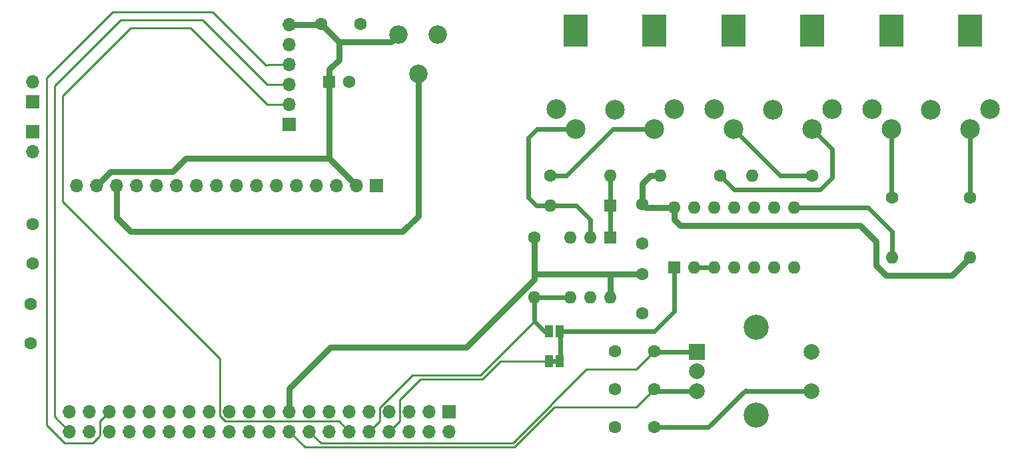
<source format=gtl>
G04 #@! TF.GenerationSoftware,KiCad,Pcbnew,(6.0.5)*
G04 #@! TF.CreationDate,2022-07-28T08:19:04+01:00*
G04 #@! TF.ProjectId,RPi-MiniDexed-IOBoard-HD44780,5250692d-4d69-46e6-9944-657865642d49,rev?*
G04 #@! TF.SameCoordinates,Original*
G04 #@! TF.FileFunction,Copper,L1,Top*
G04 #@! TF.FilePolarity,Positive*
%FSLAX46Y46*%
G04 Gerber Fmt 4.6, Leading zero omitted, Abs format (unit mm)*
G04 Created by KiCad (PCBNEW (6.0.5)) date 2022-07-28 08:19:04*
%MOMM*%
%LPD*%
G01*
G04 APERTURE LIST*
G04 Aperture macros list*
%AMFreePoly0*
4,1,5,1.500000,-2.000000,-1.500000,-2.000000,-1.500000,2.000000,1.500000,2.000000,1.500000,-2.000000,1.500000,-2.000000,$1*%
G04 Aperture macros list end*
G04 #@! TA.AperFunction,ComponentPad*
%ADD10R,1.600000X1.600000*%
G04 #@! TD*
G04 #@! TA.AperFunction,ComponentPad*
%ADD11C,1.600000*%
G04 #@! TD*
G04 #@! TA.AperFunction,ComponentPad*
%ADD12R,2.000000X2.000000*%
G04 #@! TD*
G04 #@! TA.AperFunction,ComponentPad*
%ADD13C,2.000000*%
G04 #@! TD*
G04 #@! TA.AperFunction,ComponentPad*
%ADD14C,3.200000*%
G04 #@! TD*
G04 #@! TA.AperFunction,ComponentPad*
%ADD15O,1.600000X1.600000*%
G04 #@! TD*
G04 #@! TA.AperFunction,ComponentPad*
%ADD16R,1.700000X1.700000*%
G04 #@! TD*
G04 #@! TA.AperFunction,ComponentPad*
%ADD17O,1.700000X1.700000*%
G04 #@! TD*
G04 #@! TA.AperFunction,SMDPad,CuDef*
%ADD18R,1.000000X1.500000*%
G04 #@! TD*
G04 #@! TA.AperFunction,ComponentPad*
%ADD19C,2.340000*%
G04 #@! TD*
G04 #@! TA.AperFunction,ComponentPad*
%ADD20C,2.499360*%
G04 #@! TD*
G04 #@! TA.AperFunction,WasherPad*
%ADD21FreePoly0,0.000000*%
G04 #@! TD*
G04 #@! TA.AperFunction,Conductor*
%ADD22C,0.800000*%
G04 #@! TD*
G04 #@! TA.AperFunction,Conductor*
%ADD23C,0.254000*%
G04 #@! TD*
G04 #@! TA.AperFunction,Conductor*
%ADD24C,0.600000*%
G04 #@! TD*
G04 APERTURE END LIST*
G36*
X228596000Y-126030000D02*
G01*
X228096000Y-126030000D01*
X228096000Y-125430000D01*
X228596000Y-125430000D01*
X228596000Y-126030000D01*
G37*
D10*
X199746000Y-90170000D03*
D11*
X202246000Y-90170000D03*
D12*
X246496000Y-124500000D03*
D13*
X246496000Y-129500000D03*
X246496000Y-127000000D03*
D14*
X253996000Y-121400000D03*
X253996000Y-132600000D03*
D13*
X260996000Y-129500000D03*
X260996000Y-124500000D03*
D11*
X225806000Y-109982000D03*
D15*
X225806000Y-117602000D03*
D11*
X241006000Y-134112000D03*
X236006000Y-134112000D03*
X239522000Y-119594000D03*
X239522000Y-114594000D03*
D10*
X235458000Y-105918000D03*
D15*
X227838000Y-105918000D03*
D11*
X227838000Y-102108000D03*
D15*
X235458000Y-102108000D03*
D11*
X241006000Y-129286000D03*
X236006000Y-129286000D03*
X162052000Y-108244000D03*
X162052000Y-113244000D03*
X239522000Y-105704000D03*
X239522000Y-110704000D03*
D16*
X162052000Y-96515000D03*
D17*
X162052000Y-99055000D03*
D10*
X243581000Y-113782000D03*
D15*
X246121000Y-113782000D03*
X248661000Y-113782000D03*
X251201000Y-113782000D03*
X253741000Y-113782000D03*
X256281000Y-113782000D03*
X258821000Y-113782000D03*
X258821000Y-106162000D03*
X256281000Y-106162000D03*
X253741000Y-106162000D03*
X251201000Y-106162000D03*
X248661000Y-106162000D03*
X246121000Y-106162000D03*
X243581000Y-106162000D03*
D11*
X271272000Y-104902000D03*
D15*
X271272000Y-112522000D03*
D10*
X235468000Y-109992000D03*
D15*
X232928000Y-109992000D03*
X230388000Y-109992000D03*
X230388000Y-117612000D03*
X232928000Y-117612000D03*
X235468000Y-117612000D03*
D16*
X205740000Y-103378000D03*
D17*
X203200000Y-103378000D03*
X200660000Y-103378000D03*
X198120000Y-103378000D03*
X195580000Y-103378000D03*
X193040000Y-103378000D03*
X190500000Y-103378000D03*
X187960000Y-103378000D03*
X185420000Y-103378000D03*
X182880000Y-103378000D03*
X180340000Y-103378000D03*
X177800000Y-103378000D03*
X175260000Y-103378000D03*
X172720000Y-103378000D03*
X170180000Y-103378000D03*
X167640000Y-103378000D03*
D18*
X228996000Y-125730000D03*
X227696000Y-125730000D03*
D16*
X194641000Y-95619000D03*
D17*
X194641000Y-93079000D03*
X194641000Y-90539000D03*
X194641000Y-87999000D03*
X194641000Y-85459000D03*
X194641000Y-82919000D03*
D11*
X203668000Y-82804000D03*
X198668000Y-82804000D03*
D18*
X228996000Y-121920000D03*
X227696000Y-121920000D03*
D11*
X161798000Y-118404000D03*
X161798000Y-123404000D03*
X249428000Y-102108000D03*
D15*
X241808000Y-102108000D03*
D16*
X162052000Y-92715000D03*
D17*
X162052000Y-90175000D03*
D11*
X241006000Y-124460000D03*
X236006000Y-124460000D03*
X281178000Y-104902000D03*
D15*
X281178000Y-112522000D03*
D19*
X208534000Y-84114000D03*
X211034000Y-89114000D03*
X213534000Y-84114000D03*
D11*
X261112000Y-102108000D03*
D15*
X253492000Y-102108000D03*
D16*
X214998000Y-132142000D03*
D17*
X214998000Y-134682000D03*
X212458000Y-132142000D03*
X212458000Y-134682000D03*
X209918000Y-132142000D03*
X209918000Y-134682000D03*
X207378000Y-132142000D03*
X207378000Y-134682000D03*
X204838000Y-132142000D03*
X204838000Y-134682000D03*
X202298000Y-132142000D03*
X202298000Y-134682000D03*
X199758000Y-132142000D03*
X199758000Y-134682000D03*
X197218000Y-132142000D03*
X197218000Y-134682000D03*
X194678000Y-132142000D03*
X194678000Y-134682000D03*
X192138000Y-132142000D03*
X192138000Y-134682000D03*
X189598000Y-132142000D03*
X189598000Y-134682000D03*
X187058000Y-132142000D03*
X187058000Y-134682000D03*
X184518000Y-132142000D03*
X184518000Y-134682000D03*
X181978000Y-132142000D03*
X181978000Y-134682000D03*
X179438000Y-132142000D03*
X179438000Y-134682000D03*
X176898000Y-132142000D03*
X176898000Y-134682000D03*
X174358000Y-132142000D03*
X174358000Y-134682000D03*
X171818000Y-132142000D03*
X171818000Y-134682000D03*
X169278000Y-132142000D03*
X169278000Y-134682000D03*
X166738000Y-132142000D03*
X166738000Y-134682000D03*
D20*
X231071820Y-96177100D03*
X241064180Y-96177100D03*
X228569920Y-93675200D03*
X236068000Y-93677740D03*
X243566080Y-93675200D03*
D21*
X231066740Y-83680300D03*
X241069260Y-83680300D03*
X261135260Y-83680300D03*
X251132740Y-83680300D03*
D20*
X263632080Y-93675200D03*
X256134000Y-93677740D03*
X248635920Y-93675200D03*
X261130180Y-96177100D03*
X251137820Y-96177100D03*
D21*
X271198740Y-83680300D03*
X281201260Y-83680300D03*
D20*
X283698080Y-93675200D03*
X276200000Y-93677740D03*
X268701920Y-93675200D03*
X281196180Y-96177100D03*
X271203820Y-96177100D03*
D22*
X225806000Y-109982000D02*
X225806000Y-114554000D01*
X225806000Y-115320870D02*
X217174870Y-123952000D01*
X199898000Y-123952000D02*
X194678000Y-129172000D01*
X225806000Y-114554000D02*
X225806000Y-115320870D01*
D23*
X235468000Y-114818000D02*
X235244000Y-114594000D01*
D22*
X235244000Y-114594000D02*
X239522000Y-114594000D01*
X225846000Y-114594000D02*
X235244000Y-114594000D01*
X194678000Y-129172000D02*
X194678000Y-132142000D01*
X217174870Y-123952000D02*
X199898000Y-123952000D01*
X225806000Y-114554000D02*
X225846000Y-114594000D01*
X235468000Y-117612000D02*
X235468000Y-114818000D01*
X241808000Y-102108000D02*
X240538000Y-102108000D01*
X267208000Y-108458000D02*
X244348000Y-108458000D01*
X200954000Y-85090000D02*
X207558000Y-85090000D01*
X199746000Y-90170000D02*
X199746000Y-99924000D01*
X199746000Y-99924000D02*
X181508000Y-99924000D01*
X269240000Y-110490000D02*
X267208000Y-108458000D01*
X270510000Y-114808000D02*
X269240000Y-113538000D01*
X278892000Y-114808000D02*
X270510000Y-114808000D01*
X194641000Y-82919000D02*
X198553000Y-82919000D01*
X171958000Y-101600000D02*
X170180000Y-103378000D01*
X269240000Y-113538000D02*
X269240000Y-110490000D01*
X243581000Y-107691000D02*
X243581000Y-106162000D01*
X240538000Y-102108000D02*
X239522000Y-103124000D01*
X207558000Y-85090000D02*
X208534000Y-84114000D01*
X179832000Y-101600000D02*
X171958000Y-101600000D01*
X199746000Y-99924000D02*
X203200000Y-103378000D01*
D24*
X239980000Y-106162000D02*
X239522000Y-105704000D01*
D22*
X199746000Y-88544000D02*
X200954000Y-87336000D01*
X199746000Y-90170000D02*
X199746000Y-88544000D01*
X281178000Y-112522000D02*
X278892000Y-114808000D01*
X200954000Y-87336000D02*
X200954000Y-85090000D01*
X198668000Y-82804000D02*
X200954000Y-85090000D01*
X239522000Y-103124000D02*
X239522000Y-105704000D01*
X181508000Y-99924000D02*
X179832000Y-101600000D01*
X243581000Y-106162000D02*
X239980000Y-106162000D01*
X244348000Y-108458000D02*
X243581000Y-107691000D01*
D23*
X207378000Y-134682000D02*
X208687489Y-133372511D01*
X208687489Y-133372511D02*
X208687489Y-130656511D01*
X219202480Y-128015520D02*
X221488000Y-125730000D01*
X211328480Y-128015520D02*
X219202480Y-128015520D01*
X208687489Y-130656511D02*
X211328480Y-128015520D01*
X221488000Y-125730000D02*
X227696000Y-125730000D01*
D24*
X227076000Y-121920000D02*
X225806000Y-120650000D01*
X225816000Y-117612000D02*
X225806000Y-117602000D01*
D23*
X210271794Y-127508000D02*
X206147489Y-131632305D01*
X225806000Y-120650000D02*
X218948000Y-127508000D01*
X206147489Y-133372511D02*
X204838000Y-134682000D01*
X218948000Y-127508000D02*
X210271794Y-127508000D01*
D24*
X230388000Y-117612000D02*
X225816000Y-117612000D01*
X227076000Y-121920000D02*
X227596489Y-121920000D01*
X225806000Y-120650000D02*
X225806000Y-117602000D01*
D23*
X206147489Y-131632305D02*
X206147489Y-133372511D01*
X223055298Y-136144000D02*
X227986649Y-131212649D01*
D24*
X241006000Y-124460000D02*
X241046000Y-124500000D01*
D23*
X198680000Y-136144000D02*
X223055298Y-136144000D01*
X227986649Y-131169351D02*
X232410000Y-126746000D01*
X197218000Y-134682000D02*
X198680000Y-136144000D01*
X232410000Y-126746000D02*
X238720000Y-126746000D01*
X238720000Y-126746000D02*
X241006000Y-124460000D01*
X227986649Y-131212649D02*
X227986649Y-131169351D01*
D24*
X246496000Y-124500000D02*
X241046000Y-124500000D01*
X246456000Y-129540000D02*
X246496000Y-129500000D01*
D23*
X238720000Y-131572000D02*
X228345040Y-131572000D01*
D24*
X241006000Y-129540000D02*
X246456000Y-129540000D01*
D23*
X241006000Y-129286000D02*
X238720000Y-131572000D01*
X223265520Y-136651520D02*
X196647520Y-136651520D01*
X196647520Y-136651520D02*
X194678000Y-134682000D01*
X228345040Y-131572000D02*
X223265520Y-136651520D01*
X252690000Y-129500000D02*
X252617579Y-129427579D01*
D24*
X260996000Y-129500000D02*
X252690000Y-129500000D01*
X247933157Y-134112000D02*
X252617579Y-129427579D01*
X241006000Y-134112000D02*
X247933157Y-134112000D01*
D23*
X185827489Y-132651695D02*
X185827489Y-125375489D01*
X200988511Y-133372511D02*
X186548305Y-133372511D01*
X186548305Y-133372511D02*
X185827489Y-132651695D01*
X165862000Y-105410000D02*
X165862000Y-91948000D01*
X194641000Y-93079000D02*
X191885000Y-93079000D01*
X174498000Y-83312000D02*
X166116000Y-91694000D01*
X191885000Y-93079000D02*
X182118000Y-83312000D01*
X182118000Y-83312000D02*
X174498000Y-83312000D01*
X202298000Y-134682000D02*
X200988511Y-133372511D01*
X185827489Y-125375489D02*
X165862000Y-105410000D01*
X165862000Y-91948000D02*
X166116000Y-91694000D01*
D24*
X235468000Y-109992000D02*
X235468000Y-105928000D01*
X235458000Y-102108000D02*
X235458000Y-105918000D01*
X235468000Y-105928000D02*
X235458000Y-105918000D01*
X226148900Y-96177100D02*
X231071820Y-96177100D01*
X231140000Y-105918000D02*
X227838000Y-105918000D01*
X226060000Y-105918000D02*
X225044000Y-104902000D01*
X227838000Y-105918000D02*
X226060000Y-105918000D01*
X231140000Y-105918000D02*
X232928000Y-107706000D01*
X225044000Y-97282000D02*
X226148900Y-96177100D01*
X225044000Y-104902000D02*
X225044000Y-97282000D01*
X232928000Y-107706000D02*
X232928000Y-109992000D01*
D23*
X163830000Y-89662000D02*
X163830000Y-133858000D01*
X166116000Y-136144000D02*
X169672000Y-136144000D01*
X170587489Y-135228511D02*
X170587489Y-133372511D01*
X194641000Y-87999000D02*
X191909000Y-87999000D01*
X172212000Y-81280000D02*
X163830000Y-89662000D01*
X163830000Y-133858000D02*
X166116000Y-136144000D01*
X184912000Y-81280000D02*
X172212000Y-81280000D01*
X169672000Y-136144000D02*
X170508511Y-135307489D01*
X170587489Y-133372511D02*
X171818000Y-132142000D01*
X191643000Y-88011000D02*
X184912000Y-81280000D01*
X191909000Y-87999000D02*
X191897000Y-88011000D01*
X191897000Y-88011000D02*
X191643000Y-88011000D01*
X173228000Y-82296000D02*
X164846000Y-90678000D01*
X191885000Y-90539000D02*
X183642000Y-82296000D01*
X183642000Y-82296000D02*
X173228000Y-82296000D01*
X164846000Y-132790000D02*
X166738000Y-134682000D01*
X164846000Y-90678000D02*
X164846000Y-91186000D01*
X164846000Y-91186000D02*
X164846000Y-132790000D01*
X194641000Y-90539000D02*
X191885000Y-90539000D01*
D24*
X229870000Y-102108000D02*
X235800900Y-96177100D01*
X229870000Y-102108000D02*
X227838000Y-102108000D01*
X235800900Y-96177100D02*
X241064180Y-96177100D01*
D22*
X172720000Y-103378000D02*
X172720000Y-107442000D01*
X211034000Y-107228000D02*
X211034000Y-89114000D01*
X174498000Y-109220000D02*
X209042000Y-109220000D01*
X172720000Y-107442000D02*
X174498000Y-109220000D01*
X209042000Y-109220000D02*
X211034000Y-107228000D01*
D24*
X249428000Y-102108000D02*
X251206000Y-103886000D01*
X263652000Y-102362000D02*
X263652000Y-98698920D01*
X262128000Y-103886000D02*
X263652000Y-102362000D01*
X263652000Y-98698920D02*
X261130180Y-96177100D01*
X251206000Y-103886000D02*
X262128000Y-103886000D01*
X261112000Y-102108000D02*
X257068720Y-102108000D01*
X257068720Y-102108000D02*
X251137820Y-96177100D01*
X281196180Y-104883820D02*
X281178000Y-104902000D01*
X281196180Y-96177100D02*
X281196180Y-104883820D01*
X271203820Y-104833820D02*
X271272000Y-104902000D01*
X271203820Y-96177100D02*
X271203820Y-104833820D01*
X243581000Y-119385000D02*
X243581000Y-113782000D01*
X229095511Y-121920000D02*
X241046000Y-121920000D01*
X229095511Y-125730000D02*
X229095511Y-121920000D01*
X241046000Y-121920000D02*
X243581000Y-119385000D01*
X268214000Y-106162000D02*
X271272000Y-109220000D01*
X258821000Y-106162000D02*
X268214000Y-106162000D01*
X271272000Y-109220000D02*
X271272000Y-112522000D01*
X246121000Y-113782000D02*
X248661000Y-113782000D01*
M02*

</source>
